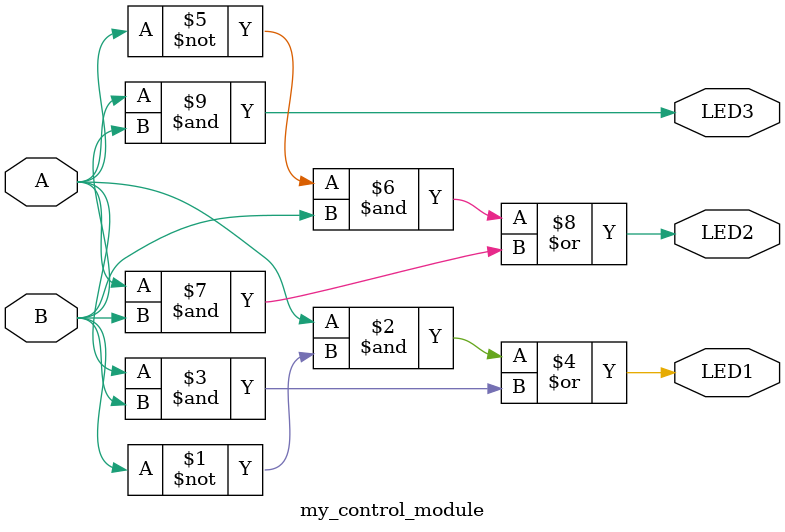
<source format=v>
`timescale 1ns / 1ps

module my_control_module(input A, input B, output LED1, output LED2, output LED3);
    assign LED1 = (A & ~B) | (A & B);
    assign LED2 = (~A & B) | (A & B);
    assign LED3 = (A & B);
endmodule

</source>
